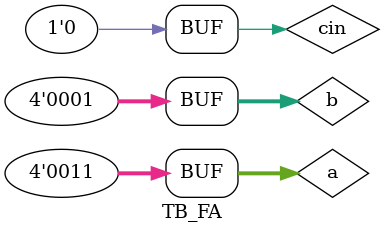
<source format=v>

module fulladder_4bit (
    input  [3:0] A, B,
    input        Cin,
    output [3:0] Sum,
    output       Cout
);
    assign {Cout, Sum} = A + B + Cin;
endmodule

// Testbench
module TB_FA();
    // Defines a Vector
    // It starts at bit 3
    // Ends at bit 0
    // Total width = 4 bits
    reg  [3:0] a, b;
    reg        cin;
    wire [3:0] sum;
    wire       cout;

    fulladder_4bit fl (
        .A(a),
        .B(b),
        .Cin(cin),
        .Sum(sum),
        .Cout(cout)
    );

    initial begin
        $dumpfile("fa.vcd");
        $dumpvars(0, TB_FA);
        a = 4'b0000; b = 4'b0001; cin = 1'b0; #10;
        a = 4'b0011; b = 4'b0011; cin = 1'b0; #10;
        a = 4'b1111; b = 4'b1011; cin = 1'b0; #10;
        a = 4'b0011; b = 4'b0001; cin = 1'b0; #10;
    end
endmodule

</source>
